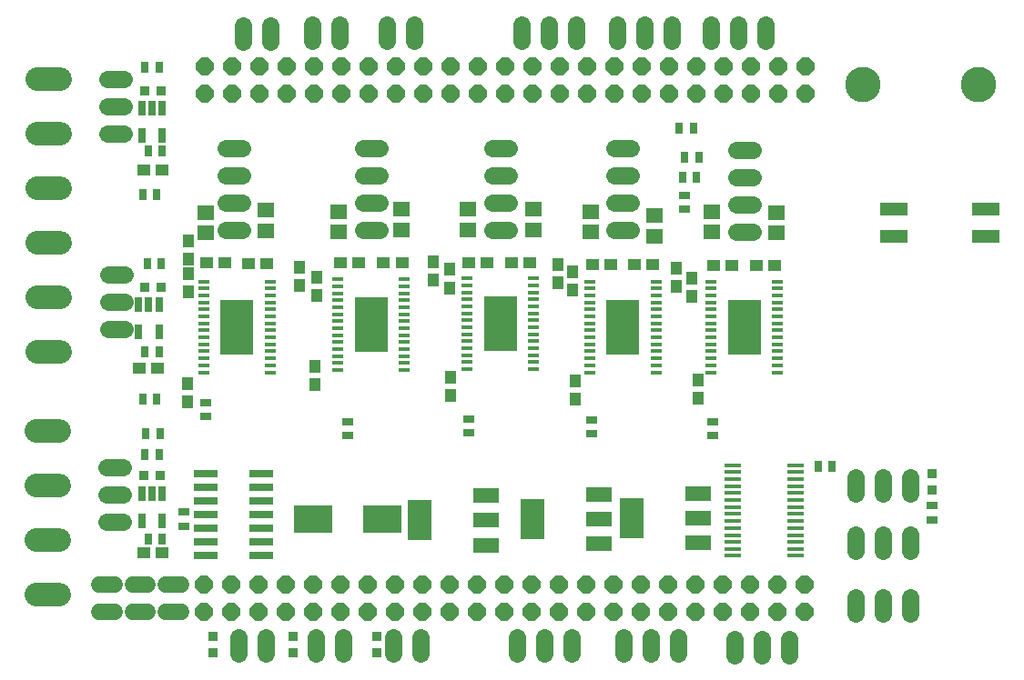
<source format=gts>
G75*
G70*
%OFA0B0*%
%FSLAX24Y24*%
%IPPOS*%
%LPD*%
%AMOC8*
5,1,8,0,0,1.08239X$1,22.5*
%
%ADD10C,0.1300*%
%ADD11OC8,0.0640*%
%ADD12C,0.0640*%
%ADD13R,0.0434X0.0178*%
%ADD14R,0.1221X0.2009*%
%ADD15R,0.0473X0.0434*%
%ADD16R,0.0631X0.0552*%
%ADD17R,0.0355X0.0355*%
%ADD18R,0.0920X0.0520*%
%ADD19R,0.0906X0.1457*%
%ADD20R,0.0316X0.0394*%
%ADD21R,0.0260X0.0540*%
%ADD22R,0.0620X0.0180*%
%ADD23C,0.0600*%
%ADD24R,0.0434X0.0473*%
%ADD25R,0.0394X0.0316*%
%ADD26C,0.0865*%
%ADD27R,0.1001X0.0485*%
%ADD28R,0.0906X0.0276*%
%ADD29R,0.1418X0.1024*%
D10*
X033941Y026134D03*
X038193Y026134D03*
D11*
X031846Y025776D03*
X030846Y025776D03*
X029846Y025776D03*
X028846Y025776D03*
X027846Y025776D03*
X026846Y025776D03*
X025846Y025776D03*
X024846Y025776D03*
X023846Y025776D03*
X022846Y025776D03*
X021846Y025776D03*
X020846Y025776D03*
X019846Y025776D03*
X018846Y025776D03*
X017846Y025776D03*
X016846Y025776D03*
X015846Y025776D03*
X014846Y025776D03*
X013846Y025776D03*
X012846Y025776D03*
X011846Y025776D03*
X010846Y025776D03*
X009846Y025776D03*
X009846Y026776D03*
X010846Y026776D03*
X011846Y026776D03*
X012846Y026776D03*
X013846Y026776D03*
X014846Y026776D03*
X015846Y026776D03*
X016846Y026776D03*
X017846Y026776D03*
X018846Y026776D03*
X019846Y026776D03*
X020846Y026776D03*
X021846Y026776D03*
X022846Y026776D03*
X023846Y026776D03*
X024846Y026776D03*
X025846Y026776D03*
X026846Y026776D03*
X027846Y026776D03*
X028846Y026776D03*
X029846Y026776D03*
X030846Y026776D03*
X031846Y026776D03*
X031831Y007776D03*
X031831Y006776D03*
X030831Y006776D03*
X029831Y006776D03*
X029831Y007776D03*
X030831Y007776D03*
X028831Y007776D03*
X027831Y007776D03*
X027831Y006776D03*
X028831Y006776D03*
X026831Y006776D03*
X025831Y006776D03*
X025831Y007776D03*
X026831Y007776D03*
X024831Y007776D03*
X023831Y007776D03*
X023831Y006776D03*
X024831Y006776D03*
X022831Y006776D03*
X021831Y006776D03*
X021831Y007776D03*
X022831Y007776D03*
X020831Y007776D03*
X019831Y007776D03*
X018831Y007776D03*
X018831Y006776D03*
X019831Y006776D03*
X020831Y006776D03*
X017831Y006776D03*
X016831Y006776D03*
X016831Y007776D03*
X017831Y007776D03*
X015831Y007776D03*
X014831Y007776D03*
X014831Y006776D03*
X015831Y006776D03*
X013831Y006776D03*
X012831Y006776D03*
X012831Y007776D03*
X013831Y007776D03*
X011831Y007776D03*
X010831Y007776D03*
X010831Y006776D03*
X011831Y006776D03*
X009831Y006776D03*
X009831Y007776D03*
D12*
X011079Y005844D02*
X011079Y005244D01*
X012079Y005244D02*
X012079Y005844D01*
X013913Y005844D02*
X013913Y005244D01*
X014913Y005244D02*
X014913Y005844D01*
X016748Y005844D02*
X016748Y005244D01*
X017748Y005244D02*
X017748Y005844D01*
X021287Y005844D02*
X021287Y005244D01*
X022287Y005244D02*
X022287Y005844D01*
X023287Y005844D02*
X023287Y005244D01*
X025185Y005244D02*
X025185Y005844D01*
X026185Y005844D02*
X026185Y005244D01*
X027185Y005244D02*
X027185Y005844D01*
X029240Y005805D02*
X029240Y005205D01*
X030240Y005205D02*
X030240Y005805D01*
X031240Y005805D02*
X031240Y005205D01*
X033689Y006740D02*
X033689Y007340D01*
X034689Y007340D02*
X034689Y006740D01*
X035689Y006740D02*
X035689Y007340D01*
X035689Y009023D02*
X035689Y009623D01*
X034689Y009623D02*
X034689Y009023D01*
X033689Y009023D02*
X033689Y009623D01*
X033689Y011110D02*
X033689Y011710D01*
X034689Y011710D02*
X034689Y011110D01*
X035689Y011110D02*
X035689Y011710D01*
X029910Y020737D02*
X029310Y020737D01*
X029310Y021737D02*
X029910Y021737D01*
X029910Y022737D02*
X029310Y022737D01*
X029310Y023737D02*
X029910Y023737D01*
X025461Y023776D02*
X024861Y023776D01*
X024861Y022776D02*
X025461Y022776D01*
X025461Y021776D02*
X024861Y021776D01*
X024861Y020776D02*
X025461Y020776D01*
X020973Y020776D02*
X020373Y020776D01*
X020373Y021776D02*
X020973Y021776D01*
X020973Y022776D02*
X020373Y022776D01*
X020373Y023776D02*
X020973Y023776D01*
X021445Y027724D02*
X021445Y028324D01*
X022445Y028324D02*
X022445Y027724D01*
X023445Y027724D02*
X023445Y028324D01*
X024949Y028324D02*
X024949Y027724D01*
X025949Y027724D02*
X025949Y028324D01*
X026949Y028324D02*
X026949Y027724D01*
X028374Y027724D02*
X028374Y028324D01*
X029374Y028324D02*
X029374Y027724D01*
X030374Y027724D02*
X030374Y028324D01*
X017512Y028324D02*
X017512Y027724D01*
X016512Y027724D02*
X016512Y028324D01*
X014795Y028324D02*
X014795Y027724D01*
X013795Y027724D02*
X013795Y028324D01*
X012236Y028285D02*
X012236Y027685D01*
X011236Y027685D02*
X011236Y028285D01*
X006894Y026308D02*
X006294Y026308D01*
X006294Y025308D02*
X006894Y025308D01*
X006894Y024308D02*
X006294Y024308D01*
X010609Y023776D02*
X011209Y023776D01*
X011209Y022776D02*
X010609Y022776D01*
X010609Y021776D02*
X011209Y021776D01*
X011209Y020776D02*
X010609Y020776D01*
X006934Y019142D02*
X006334Y019142D01*
X006334Y018142D02*
X006934Y018142D01*
X006934Y017142D02*
X006334Y017142D01*
X006255Y012095D02*
X006855Y012095D01*
X006855Y011095D02*
X006255Y011095D01*
X006255Y010095D02*
X006855Y010095D01*
X015649Y020776D02*
X016249Y020776D01*
X016249Y021776D02*
X015649Y021776D01*
X015649Y022776D02*
X016249Y022776D01*
X016249Y023776D02*
X015649Y023776D01*
D13*
X014733Y018979D03*
X014733Y018723D03*
X014733Y018467D03*
X014733Y018211D03*
X014733Y017955D03*
X014733Y017699D03*
X014733Y017444D03*
X014733Y017188D03*
X014733Y016932D03*
X014733Y016676D03*
X014733Y016420D03*
X014733Y016164D03*
X014733Y015908D03*
X014733Y015652D03*
X017164Y015652D03*
X017164Y015908D03*
X017164Y016164D03*
X017164Y016420D03*
X017164Y016676D03*
X017164Y016932D03*
X017164Y017188D03*
X017164Y017444D03*
X017164Y017699D03*
X017164Y017955D03*
X017164Y018211D03*
X017164Y018467D03*
X017164Y018723D03*
X017164Y018979D03*
X019458Y019018D03*
X019458Y018762D03*
X019458Y018507D03*
X019458Y018251D03*
X019458Y017995D03*
X019458Y017739D03*
X019458Y017483D03*
X019458Y017227D03*
X019458Y016971D03*
X019458Y016715D03*
X019458Y016459D03*
X019458Y016203D03*
X019458Y015947D03*
X019458Y015692D03*
X021889Y015692D03*
X021889Y015947D03*
X021889Y016203D03*
X021889Y016459D03*
X021889Y016715D03*
X021889Y016971D03*
X021889Y017227D03*
X021889Y017483D03*
X021889Y017739D03*
X021889Y017995D03*
X021889Y018251D03*
X021889Y018507D03*
X021889Y018762D03*
X021889Y019018D03*
X023946Y018900D03*
X023946Y018644D03*
X023946Y018388D03*
X023946Y018133D03*
X023946Y017877D03*
X023946Y017621D03*
X023946Y017365D03*
X023946Y017109D03*
X023946Y016853D03*
X023946Y016597D03*
X023946Y016341D03*
X023946Y016085D03*
X023946Y015829D03*
X023946Y015573D03*
X026377Y015573D03*
X026377Y015829D03*
X026377Y016085D03*
X026377Y016341D03*
X026377Y016597D03*
X026377Y016853D03*
X026377Y017109D03*
X026377Y017365D03*
X026377Y017621D03*
X026377Y017877D03*
X026377Y018133D03*
X026377Y018388D03*
X026377Y018644D03*
X026377Y018900D03*
X028395Y018900D03*
X028395Y018644D03*
X028395Y018388D03*
X028395Y018133D03*
X028395Y017877D03*
X028395Y017621D03*
X028395Y017365D03*
X028395Y017109D03*
X028395Y016853D03*
X028395Y016597D03*
X028395Y016341D03*
X028395Y016085D03*
X028395Y015829D03*
X028395Y015573D03*
X030826Y015573D03*
X030826Y015829D03*
X030826Y016085D03*
X030826Y016341D03*
X030826Y016597D03*
X030826Y016853D03*
X030826Y017109D03*
X030826Y017365D03*
X030826Y017621D03*
X030826Y017877D03*
X030826Y018133D03*
X030826Y018388D03*
X030826Y018644D03*
X030826Y018900D03*
X012243Y018900D03*
X012243Y018644D03*
X012243Y018388D03*
X012243Y018133D03*
X012243Y017877D03*
X012243Y017621D03*
X012243Y017365D03*
X012243Y017109D03*
X012243Y016853D03*
X012243Y016597D03*
X012243Y016341D03*
X012243Y016085D03*
X012243Y015829D03*
X012243Y015573D03*
X009812Y015573D03*
X009812Y015829D03*
X009812Y016085D03*
X009812Y016341D03*
X009812Y016597D03*
X009812Y016853D03*
X009812Y017109D03*
X009812Y017365D03*
X009812Y017621D03*
X009812Y017877D03*
X009812Y018133D03*
X009812Y018388D03*
X009812Y018644D03*
X009812Y018900D03*
D14*
X011027Y017237D03*
X015949Y017316D03*
X020673Y017355D03*
X025161Y017237D03*
X029610Y017237D03*
D15*
X029157Y019481D03*
X028488Y019481D03*
X030063Y019481D03*
X030732Y019481D03*
X026244Y019520D03*
X025575Y019520D03*
X024709Y019520D03*
X024039Y019520D03*
X021756Y019599D03*
X021086Y019599D03*
X020181Y019599D03*
X019512Y019599D03*
X017071Y019599D03*
X016401Y019599D03*
X015496Y019599D03*
X014827Y019599D03*
X012110Y019560D03*
X011441Y019560D03*
X010594Y019579D03*
X009925Y019579D03*
X008291Y023005D03*
X007622Y023005D03*
X007460Y015717D03*
X008130Y015717D03*
X008295Y008949D03*
X007626Y008949D03*
D16*
X009886Y020682D03*
X009886Y021430D03*
X012090Y021509D03*
X012090Y020760D03*
X014768Y020721D03*
X014768Y021469D03*
X017051Y021548D03*
X017051Y020800D03*
X019492Y020800D03*
X019492Y021548D03*
X021894Y021548D03*
X021894Y020800D03*
X023980Y020721D03*
X023980Y021469D03*
X026303Y021312D03*
X026303Y020564D03*
X028429Y020721D03*
X028429Y021469D03*
X030791Y021430D03*
X030791Y020682D03*
D17*
X036500Y011863D03*
X036500Y011272D03*
X016146Y005879D03*
X016146Y005288D03*
X013075Y005288D03*
X013075Y005879D03*
X010161Y005879D03*
X010161Y005288D03*
X008212Y011804D03*
X007622Y011804D03*
X007661Y018694D03*
X008252Y018694D03*
X008252Y025898D03*
X007661Y025898D03*
D18*
X024295Y011099D03*
X024295Y010190D03*
X024295Y009280D03*
X027917Y009319D03*
X027917Y010229D03*
X027917Y011139D03*
X020161Y011060D03*
X020161Y010150D03*
X020161Y009240D03*
D19*
X021855Y010190D03*
X025477Y010229D03*
X017721Y010150D03*
D20*
X008295Y009469D03*
X007783Y009469D03*
X007661Y012552D03*
X008173Y012552D03*
X008212Y013339D03*
X007701Y013339D03*
X007583Y014599D03*
X008094Y014599D03*
X008173Y016331D03*
X007661Y016331D03*
X007740Y019560D03*
X008252Y019560D03*
X008094Y022079D03*
X007583Y022079D03*
X007779Y023686D03*
X008291Y023686D03*
X008173Y026764D03*
X007661Y026764D03*
X027228Y024520D03*
X027740Y024520D03*
X027937Y023457D03*
X027425Y023457D03*
X027346Y022729D03*
X027858Y022729D03*
X032315Y012111D03*
X032827Y012111D03*
D21*
X008287Y011133D03*
X007917Y011133D03*
X007547Y011133D03*
X007547Y010113D03*
X008287Y010113D03*
X008169Y017042D03*
X007429Y017042D03*
X007429Y018062D03*
X007799Y018062D03*
X008169Y018062D03*
X008287Y024247D03*
X007547Y024247D03*
X007547Y025267D03*
X007917Y025267D03*
X008287Y025267D03*
D22*
X029169Y012165D03*
X029169Y011915D03*
X029169Y011655D03*
X029169Y011405D03*
X029169Y011145D03*
X029169Y010885D03*
X029169Y010635D03*
X029169Y010375D03*
X029169Y010125D03*
X029169Y009865D03*
X029169Y009605D03*
X029169Y009355D03*
X029169Y009095D03*
X029169Y008845D03*
X031469Y008845D03*
X031469Y009095D03*
X031469Y009355D03*
X031469Y009605D03*
X031469Y009865D03*
X031469Y010125D03*
X031469Y010375D03*
X031469Y010635D03*
X031469Y010885D03*
X031469Y011145D03*
X031469Y011405D03*
X031469Y011655D03*
X031469Y011915D03*
X031469Y012165D03*
D23*
X006544Y006776D02*
X005984Y006776D01*
X005984Y007776D02*
X006544Y007776D01*
X007204Y007776D02*
X007764Y007776D01*
X008425Y007776D02*
X008985Y007776D01*
X008985Y006776D02*
X008425Y006776D01*
X007764Y006776D02*
X007204Y006776D01*
D24*
X009216Y014501D03*
X009216Y015170D03*
X009256Y018516D03*
X009256Y019186D03*
X009256Y019737D03*
X009256Y020406D03*
X013311Y019422D03*
X013941Y019068D03*
X013311Y018753D03*
X013941Y018398D03*
X013901Y015800D03*
X013901Y015131D03*
X018232Y018949D03*
X018823Y018674D03*
X018823Y019343D03*
X018232Y019619D03*
X022799Y019540D03*
X023311Y019264D03*
X022799Y018871D03*
X023311Y018595D03*
X027130Y018713D03*
X027681Y019028D03*
X027130Y019383D03*
X027681Y018359D03*
X027917Y015288D03*
X027917Y014619D03*
X023429Y014579D03*
X023429Y015249D03*
X018862Y015406D03*
X018862Y014737D03*
D25*
X019531Y013871D03*
X019531Y013359D03*
X015083Y013241D03*
X015083Y013753D03*
X009886Y013949D03*
X009886Y014461D03*
X009098Y010446D03*
X009098Y009934D03*
X024020Y013320D03*
X024020Y013831D03*
X028468Y013753D03*
X028468Y013241D03*
X036500Y010682D03*
X036500Y010170D03*
X027405Y021548D03*
X027405Y022060D03*
D26*
X004542Y022331D02*
X003717Y022331D01*
X003717Y020331D02*
X004542Y020331D01*
X004542Y018331D02*
X003717Y018331D01*
X003717Y016331D02*
X004542Y016331D01*
X004503Y013426D02*
X003678Y013426D01*
X003678Y011426D02*
X004503Y011426D01*
X004503Y009426D02*
X003678Y009426D01*
X003678Y007426D02*
X004503Y007426D01*
X004542Y024331D02*
X003717Y024331D01*
X003717Y026331D02*
X004542Y026331D01*
D27*
X035083Y021556D03*
X035083Y020556D03*
X038468Y020556D03*
X038468Y021556D03*
D28*
X011933Y011847D03*
X011933Y011347D03*
X011933Y010847D03*
X011933Y010347D03*
X011933Y009847D03*
X011933Y009347D03*
X011933Y008847D03*
X009886Y008847D03*
X009886Y009347D03*
X009886Y009847D03*
X009886Y010347D03*
X009886Y010847D03*
X009886Y011347D03*
X009886Y011847D03*
D29*
X013803Y010190D03*
X016362Y010190D03*
M02*

</source>
